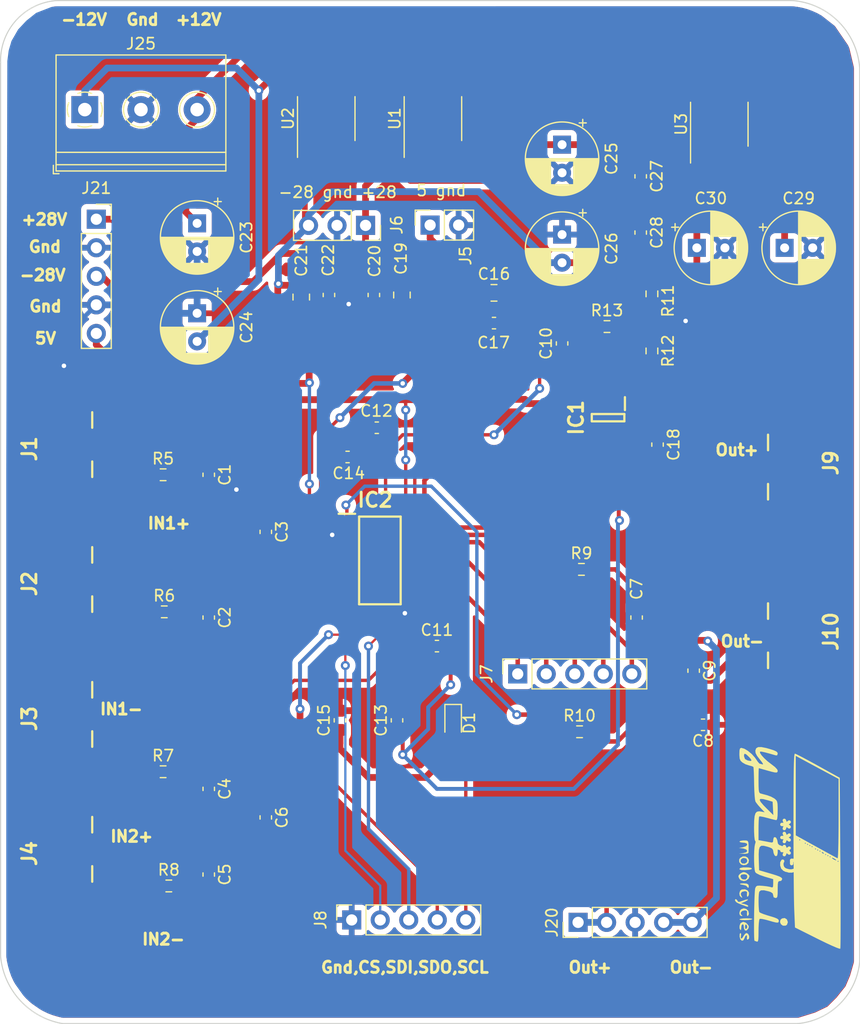
<source format=kicad_pcb>
(kicad_pcb (version 20211014) (generator pcbnew)
  (layers (0 "F.Cu" signal) (31 "B.Cu" signal) (34 "B.Paste" user) (35 "F.Paste" user) (36 "B.SilkS" user "B.Silkscreen") (37 "F.SilkS" user "F.Silkscreen") (38 "B.Mask" user) (39 "F.Mask" user) (44 "Edge.Cuts" user))
  (net 0 "")
  (net 1 "IN1+")
  (net 2 "GND")
  (net 3 "5V")
  (net 5 "VCOM")
  (net 6 "Net-(R11-Pad2)")
  (net 7 "-OUT")
  (net 8 "Net-(C8-Pad2)")
  (net 9 "+OUT")
  (net 10 "Net-(C7-Pad1)")
  (net 11 "IN2+")
  (net 12 "IN1-")
  (net 13 "IN2-")
  (net 14 "IOUT-LV")
  (net 15 "IOUT-HV")
  (net 16 "+28V")
  (net 17 "-28V")
  (net 18 "SDO")
  (net 19 "SDI")
  (net 20 "SCL")
  (net 21 "CS")
  (net 22 "GPIO4")
  (net 23 "GPIO3")
  (net 24 "GPIO2")
  (net 25 "GPIO1")
  (net 26 "GPIO0")
  (net 27 "3.3V")
  (net 28 "Net-(J1-Pad2)")
  (net 29 "Net-(J2-Pad2)")
  (net 30 "Net-(J3-Pad2)")
  (net 31 "Net-(J4-Pad2)")
  (net 32 "Net-(C23-Pad1)")
  (net 37 "Net-(C24-Pad2)")
  (footprint "Package_SO:SOIC-8_3.9x4.9mm_P1.27mm" (layer "F.Cu") (at 150.312621 68.375621 90)
    (fp_text reference "U3")
    (fp_text value "L78L05_SO8")
  )
  (footprint "Resistor_SMD:R_0603_1608Metric_Pad0.98x0.95mm_HandSolder" (layer "F.Cu") (at 100.784621 99.559621)
    (fp_text reference "R5")
    (fp_text value "0")
  )
  (footprint "Resistor_SMD:R_0603_1608Metric_Pad0.98x0.95mm_HandSolder" (layer "F.Cu") (at 144.312621 83.463121 -90)
    (fp_text reference "R11")
    (fp_text value "4.99K")
  )
  (footprint "Resistor_SMD:R_0603_1608Metric_Pad0.98x0.95mm_HandSolder" (layer "F.Cu") (at 100.784621 125.975621)
    (fp_text reference "R7")
    (fp_text value "0")
  )
  (footprint "Diode_SMD:D_0603_1608Metric_Pad1.05x0.95mm_HandSolder" (layer "F.Cu") (at 126.612621 121.650621 -90)
    (fp_text reference "D1")
    (fp_text value "D")
  )
  (footprint "Resistor_SMD:R_0603_1608Metric_Pad0.98x0.95mm_HandSolder" (layer "F.Cu") (at 100.888121 111.751621)
    (fp_text reference "R6")
    (fp_text value "0")
  )
  (footprint "KiCad:142-0701-851" (layer "F.Cu") (at 88.072621 94.684871 90)
    (fp_text reference "J1")
    (fp_text value "142-0701-801" hide)
  )
  (footprint "KiCad:142-0701-851" (layer "F.Cu") (at 161.052621 116.066371 -90)
    (fp_text reference "J10")
    (fp_text value "142-0701-801" hide)
  )
  (footprint "Capacitor_SMD:C_0603_1608Metric_Pad1.08x0.95mm_HandSolder" (layer "F.Cu") (at 109.928621 130.039621 -90)
    (fp_text reference "C6")
    (fp_text value "0.01uF")
  )
  (footprint "Capacitor_SMD:C_0603_1608Metric_Pad1.08x0.95mm_HandSolder" (layer "F.Cu") (at 115.552621 83.566371 90)
    (fp_text reference "C22")
    (fp_text value "1uF")
  )
  (footprint "Connector_PinSocket_2.54mm:PinSocket_1x02_P2.54mm_Vertical" (layer "F.Cu") (at 124.562621 77.350621 90)
    (fp_text reference "J5")
    (fp_text value "Conn_01x02_Male")
  )
  (footprint "Capacitor_SMD:C_0805_2012Metric_Pad1.18x1.45mm_HandSolder" (layer "F.Cu") (at 113.087621 83.750621 90)
    (fp_text reference "C21")
    (fp_text value "10uF")
  )
  (footprint "Capacitor_SMD:C_0603_1608Metric_Pad1.08x0.95mm_HandSolder" (layer "F.Cu") (at 144.812621 96.875621 -90)
    (fp_text reference "C18")
    (fp_text value "1uF")
  )
  (footprint "Capacitor_SMD:C_0603_1608Metric_Pad1.08x0.95mm_HandSolder" (layer "F.Cu") (at 136.312621 87.875621 90)
    (fp_text reference "C10")
    (fp_text value "1uF")
  )
  (footprint "Capacitor_THT:CP_Radial_D6.3mm_P2.50mm" (layer "F.Cu") (at 136.312621 78.193242 -90)
    (fp_text reference "C26")
    (fp_text value "100uF")
  )
  (footprint "Connector_PinSocket_2.54mm:PinSocket_1x05_P2.54mm_Vertical" (layer "F.Cu") (at 132.362621 117.275621 90)
    (fp_text reference "J7")
    (fp_text value "Conn_01x05_Male")
  )
  (footprint "Capacitor_THT:CP_Radial_D6.3mm_P2.50mm" (layer "F.Cu") (at 103.812621 85.193242 -90)
    (fp_text reference "C24")
    (fp_text value "100uF")
  )
  (footprint "Capacitor_SMD:C_0603_1608Metric_Pad1.08x0.95mm_HandSolder" (layer "F.Cu") (at 121.612621 121.403621 90)
    (fp_text reference "C13")
    (fp_text value "0.1uF")
  )
  (footprint "KiCad:142-0701-851" (layer "F.Cu") (at 88.072621 118.684871 90)
    (fp_text reference "J3")
    (fp_text value "142-0701-801" hide)
  )
  (footprint "Capacitor_SMD:C_0603_1608Metric_Pad1.08x0.95mm_HandSolder" (layer "F.Cu") (at 119.812621 95.375621 180)
    (fp_text reference "C12")
    (fp_text value "0.1uF")
  )
  (footprint "Capacitor_THT:CP_Radial_D6.3mm_P2.50mm" (layer "F.Cu") (at 156.130242 79.375621)
    (fp_text reference "C29")
    (fp_text value "100uF")
  )
  (footprint "Capacitor_SMD:C_0603_1608Metric_Pad1.08x0.95mm_HandSolder" (layer "F.Cu") (at 142.948621 112.259621 -90)
    (fp_text reference "C7")
    (fp_text value "0.01uF")
  )
  (footprint "Capacitor_SMD:C_0603_1608Metric_Pad1.08x0.95mm_HandSolder" (layer "F.Cu") (at 143.312621 73.013121 -90)
    (fp_text reference "C27")
    (fp_text value "0.1uF")
  )
  (footprint "Capacitor_THT:CP_Radial_D6.3mm_P2.50mm" (layer "F.Cu") (at 103.812621 77.193242 -90)
    (fp_text reference "C23")
    (fp_text value "100uF")
  )
  (footprint "Capacitor_SMD:C_0805_2012Metric_Pad1.18x1.45mm_HandSolder" (layer "F.Cu") (at 130.248621 83.375621)
    (fp_text reference "C16")
    (fp_text value "10uF")
  )
  (footprint "LOGO" (layer "F.Cu") (at 156.718 132.588 -90)
    (fp_text reference "G***")
    (fp_text value "LOGO" hide)
  )
  (footprint "Capacitor_SMD:C_0603_1608Metric_Pad1.08x0.95mm_HandSolder" (layer "F.Cu") (at 104.848621 127.499621 -90)
    (fp_text reference "C4")
    (fp_text value "0.01uF")
  )
  (footprint "Capacitor_SMD:C_0805_2012Metric_Pad1.18x1.45mm_HandSolder" (layer "F.Cu") (at 122.052621 83.566371 90)
    (fp_text reference "C19")
    (fp_text value "10uF")
  )
  (footprint "Resistor_SMD:R_0603_1608Metric_Pad0.98x0.95mm_HandSolder" (layer "F.Cu") (at 138.037621 107.975621)
    (fp_text reference "R9")
    (fp_text value "0")
  )
  (footprint "TerminalBlock_Philmore:TerminalBlock_Philmore_TB133_1x03_P5.00mm_Horizontal" (layer "F.Cu") (at 93.812621 67.075621)
    (fp_text reference "J25")
    (fp_text value "Screw_Terminal_01x03")
  )
  (footprint "Capacitor_SMD:C_0603_1608Metric_Pad1.08x0.95mm_HandSolder" (layer "F.Cu") (at 104.848621 99.559621 -90)
    (fp_text reference "C1")
    (fp_text value "0.01 uF")
  )
  (footprint "Connector_PinSocket_2.54mm:PinSocket_1x05_P2.54mm_Vertical" (layer "F.Cu") (at 94.837621 76.825621)
    (fp_text reference "J21")
    (fp_text value "Conn_01x05_Male")
  )
  (footprint "Connector_PinSocket_2.54mm:PinSocket_1x05_P2.54mm_Vertical" (layer "F.Cu") (at 117.578621 139.158621 90)
    (fp_text reference "J8")
    (fp_text value "Conn_01x05_Male")
  )
  (footprint "Package_SO:SOIC-8_3.9x4.9mm_P1.27mm" (layer "F.Cu") (at 115.312621 67.875621 90)
    (fp_text reference "U2")
    (fp_text value "L79L08_SO8")
  )
  (footprint "Capacitor_SMD:C_0603_1608Metric_Pad1.08x0.95mm_HandSolder" (layer "F.Cu") (at 130.248621 86.066371)
    (fp_text reference "C17")
    (fp_text value "0.1uF")
  )
  (footprint "Capacitor_SMD:C_0603_1608Metric_Pad1.08x0.95mm_HandSolder" (layer "F.Cu") (at 116.532621 121.403621 90)
    (fp_text reference "C15")
    (fp_text value "0.1uF")
  )
  (footprint "Connector_PinSocket_2.54mm:PinSocket_1x03_P2.54mm_Vertical" (layer "F.Cu") (at 118.812621 77.375621 -90)
    (fp_text reference "J6")
    (fp_text value "Conn_01x03_Male")
  )
  (footprint "Resistor_SMD:R_0603_1608Metric_Pad0.98x0.95mm_HandSolder" (layer "F.Cu") (at 144.312621 88.543121 -90)
    (fp_text reference "R12")
    (fp_text value "4.99K")
  )
  (footprint "KiCad:142-0701-851" (layer "F.Cu") (at 88.072621 130.684871 90)
    (fp_text reference "J4")
    (fp_text value "142-0701-801" hide)
  )
  (footprint "Capacitor_SMD:C_0603_1608Metric_Pad1.08x0.95mm_HandSolder" (layer "F.Cu") (at 104.848621 135.119621 -90)
    (fp_text reference "C5")
    (fp_text value "0.01uF")
  )
  (footprint "Connector_PinHeader_2.54mm:PinHeader_1x05_P2.54mm_Vertical" (layer "F.Cu") (at 137.737621 139.375621 90)
    (fp_text reference "J20")
    (fp_text value "Conn_01x05_Male")
  )
  (footprint "Capacitor_SMD:C_0603_1608Metric_Pad1.08x0.95mm_HandSolder" (layer "F.Cu") (at 109.928621 104.639621 -90)
    (fp_text reference "C3")
    (fp_text value "0.01uF")
  )
  (footprint "Resistor_SMD:R_0603_1608Metric_Pad0.98x0.95mm_HandSolder" (layer "F.Cu") (at 140.312621 86.375621)
    (fp_text reference "R13")
    (fp_text value "10")
  )
  (footprint "Capacitor_SMD:C_0603_1608Metric_Pad1.08x0.95mm_HandSolder" (layer "F.Cu") (at 148.862621 121.800621 180)
    (fp_text reference "C8")
    (fp_text value "0.01uF")
  )
  (footprint "Capacitor_SMD:C_0603_1608Metric_Pad1.08x0.95mm_HandSolder" (layer "F.Cu") (at 148.028621 116.985121 -90)
    (fp_text reference "C9")
    (fp_text value "0.01uF")
  )
  (footprint "KiCad:142-0701-851" (layer "F.Cu") (at 88.072621 106.684871 90)
    (fp_text reference "J2")
    (fp_text value "142-0701-801" hide)
  )
  (footprint "KiCad3:SOP65P640X120-24N" (layer "F.Cu") (at 120.088621 107.179621)
    (fp_text reference "IC2")
    (fp_text value "ADA4254ARUZ-R7" hide)
  )
  (footprint "Resistor_SMD:R_0603_1608Metric_Pad0.98x0.95mm_HandSolder" (layer "F.Cu") (at 137.868621 122.419621)
    (fp_text reference "R10")
    (fp_text value "0")
  )
  (footprint "Capacitor_SMD:C_0603_1608Metric_Pad1.08x0.95mm_HandSolder" (layer "F.Cu") (at 125.168621 114.799621)
    (fp_text reference "C11")
    (fp_text value "0.1uF")
  )
  (footprint "Resistor_SMD:R_0603_1608Metric_Pad0.98x0.95mm_HandSolder" (layer "F.Cu") (at 101.292621 136.135621)
    (fp_text reference "R8")
    (fp_text value "0")
  )
  (footprint "Capacitor_SMD:C_0603_1608Metric_Pad1.08x0.95mm_HandSolder" (layer "F.Cu") (at 119.552621 83.566371 90)
    (fp_text reference "C20")
    (fp_text value "1uF")
  )
  (footprint "kiCad2:SOT95P280X100-5N" (layer "F.Cu") (at 140.408621 94.479621 -90)
    (fp_text reference "IC1")
    (fp_text value "ADP150AUJZ-3.3-R7" hide)
  )
  (footprint "Capacitor_SMD:C_0603_1608Metric_Pad1.08x0.95mm_HandSolder" (layer "F.Cu") (at 143.312621 78.013121 -90)
    (fp_text reference "C28")
    (fp_text value "0.1uF")
  )
  (footprint "Capacitor_THT:CP_Radial_D6.3mm_P2.50mm" (layer "F.Cu") (at 136.312621 70.193242 -90)
    (fp_text reference "C25")
    (fp_text value "100uF")
  )
  (footprint "KiCad:142-0701-851" (layer "F.Cu") (at 161.052621 101.066371 -90)
    (fp_text reference "J9")
    (fp_text value "142-0701-801" hide)
  )
  (footprint "Capacitor_SMD:C_0603_1608Metric_Pad1.08x0.95mm_HandSolder" (layer "F.Cu") (at 104.848621 112.259621 -90)
    (fp_text reference "C2")
    (fp_text value "0.01uF")
  )
  (footprint "Capacitor_SMD:C_0603_1608Metric_Pad1.08x0.95mm_HandSolder" (layer "F.Cu") (at 117.212621 97.975621)
    (fp_text reference "C14")
    (fp_text value "0.1uF")
  )
  (footprint "Package_SO:SOIC-8_3.9x4.9mm_P1.27mm" (layer "F.Cu") (at 124.812621 67.875621 90)
    (fp_text reference "U1")
    (fp_text value "L78L09_SO8")
  )
  (footprint "Capacitor_THT:CP_Radial_D6.3mm_P2.50mm" (layer "F.Cu") (at 148.312621 79.375621)
    (fp_text reference "C30")
    (fp_text value "100uF")
  )
  (gr_arc (start 156.812621 57.375621) (mid 160.931608 59.256634) (end 162.812621 63.375621) (layer "Edge.Cuts") (width 0.1))
  (gr_line (start 86.312621 142.375621) (end 86.312621 62.875621) (layer "Edge.Cuts") (width 0.1))
  (gr_line (start 162.812621 63.375621) (end 162.812621 142.875621) (layer "Edge.Cuts") (width 0.1))
  (gr_line (start 86.312621 62.875621) (end 86.312621 62.875621) (layer "Edge.Cuts") (width 0.1))
  (gr_arc (start 91.812621 148.375621) (mid 88.044986 146.308453) (end 86.312621 142.375621) (layer "Edge.Cuts") (width 0.1))
  (gr_line (start 156.812621 57.375621) (end 91.312621 57.375621) (layer "Edge.Cuts") (width 0.1))
  (gr_arc (start 162.812621 142.875621) (mid 161.05447 146.61747) (end 157.312621 148.375621) (layer "Edge.Cuts") (width 0.1))
  (gr_arc (start 86.312621 62.875621) (mid 87.70595 59.119557) (end 91.312621 57.375621) (layer "Edge.Cuts") (width 0.1))
  (gr_line (start 157.312621 148.375621) (end 91.812621 148.375621) (layer "Edge.Cuts") (width 0.1))
  (gr_text " \n \n \n \n" (at 88.312621 100.375621) (layer "F.Cu") (effects (font (size 1.5 1.5) (thickness 0.3))))
  (gr_text "+12V" (at 103.952621 59.066371) (layer "F.SilkS") (effects (font (size 1 1) (thickness 0.25))))
  (gr_text "-12V" (at 93.752621 59.066371) (layer "F.SilkS") (effects (font (size 1 1) (thickness 0.25))))
  (gr_text "Gnd" (at 90.312621 84.575621) (layer "F.SilkS") (effects (font (size 1 1) (thickness 0.25))))
  (gr_text "+28V" (at 90.212621 76.850621) (layer "F.SilkS") (effects (font (size 1 1) (thickness 0.25))))
  (gr_text "IN1+" (at 101.312621 103.875621) (layer "F.SilkS") (effects (font (size 1 1) (thickness 0.25))))
  (gr_text "Out+" (at 138.812621 143.375621) (layer "F.SilkS") (effects (font (size 1 1) (thickness 0.25))))
  (gr_text "IN1-" (at 97.062621 120.400621) (layer "F.SilkS") (effects (font (size 1 1) (thickness 0.25))))
  (gr_text "5V" (at 90.312621 87.425621) (layer "F.SilkS") (effects (font (size 1 1) (thickness 0.25))))
  (gr_text "IN2-" (at 100.812621 140.875621) (layer "F.SilkS") (effects (font (size 1 1) (thickness 0.25))))
  (gr_text "-28 gnd +28" (at 116.332 74.422) (layer "F.SilkS") (effects (font (size 1 1))))
  (gr_text "IN2+" (at 97.987621 131.725621) (layer "F.SilkS") (effects (font (size 1 1) (thickness 0.25))))
  (gr_text "Out+" (at 151.887621 97.350621) (layer "F.SilkS") (effects (font (size 1 1) (thickness 0.25))))
  (gr_text "Gnd,CS,SDI,SDO,SCL" (at 122.312621 143.375621) (layer "F.SilkS") (effects (font (size 1 1) (thickness 0.25))))
  (gr_text "-28V" (at 90.062621 81.800621) (layer "F.SilkS") (effects (font (size 1 1) (thickness 0.25))))
  (gr_text "5 gnd" (at 125.552621 74.266371) (layer "F.SilkS") (effects (font (size 1 1))))
  (gr_text "Out-" (at 152.362621 114.375621) (layer "F.SilkS") (effects (font (size 1 1) (thickness 0.25))))
  (gr_text "Gnd" (at 90.262621 79.275621) (layer "F.SilkS") (effects (font (size 1 1) (thickness 0.25))))
  (gr_text "Gnd" (at 98.952621 59.066371) (layer "F.SilkS") (effects (font (size 1 1) (thickness 0.25))))
  (gr_text "Out-" (at 147.812621 143.375621) (layer "F.SilkS") (effects (font (size 1 1) (thickness 0.25))))
  (segment (start 112.976621 107.687621) (end 114.093621 108.804621) (width 0.3) (layer "F.Cu") (net 1))
  (segment (start 105.510121 98.035621) (end 108.912621 98.035621) (width 0.4) (layer "F.Cu") (net 1))
  (segment (start 103.324621 98.543621) (end 104.695121 98.543621) (width 0.4) (layer "F.Cu") (net 1))
  (segment (start 109.928621 103.777121) (end 111.606121 103.777121) (width 0.3) (layer "F.Cu") (net 1))
  (segment (start 104.848621 98.697121) (end 105.510121 98.035621) (width 0.4) (layer "F.Cu") (net 1))
  (segment (start 104.695121 98.543621) (end 104.848621 98.697121) (width 0.2) (layer "F.Cu") (net 1))
  (segment (start 112.976621 105.147621) (end 112.976621 107.687621) (width 0.3) (layer "F.Cu") (net 1))
  (segment (start 109.928621 99.051621) (end 109.928621 103.777121) (width 0.4) (layer "F.Cu") (net 1))
  (segment (start 101.697121 99.559621) (end 102.308621 99.559621) (width 0.2) (layer "F.Cu") (net 1))
  (segment (start 102.308621 99.559621) (end 103.324621 98.543621) (width 0.4) (layer "F.Cu") (net 1))
  (segment (start 114.093621 108.804621) (end 117.150621 108.804621) (width 0.3) (layer "F.Cu") (net 1))
  (segment (start 111.606121 103.777121) (end 112.976621 105.147621) (width 0.3) (layer "F.Cu") (net 1))
  (segment (start 108.912621 98.035621) (end 109.928621 99.051621) (width 0.4) (layer "F.Cu") (net 1))
  (segment (start 124.306121 117.847621) (end 124.306121 118.532121) (width 0.3) (layer "F.Cu") (net 2))
  (segment (start 116.532621 120.541121) (end 121.612621 120.541121) (width 0.6) (layer "F.Cu") (net 2))
  (segment (start 123.026621 113.520121) (end 124.306121 114.799621) (width 0.3) (layer "F.Cu") (net 2))
  (segment (start 124.306121 118.532121) (end 126.692621 120.918621) (width 0.3) (layer "F.Cu") (net 2))
  (segment (start 117.150621 104.904621) (end 115.841621 104.904621) (width 0.3) (layer "F.Cu") (net 2))
  (segment (start 115.841621 104.904621) (end 115.812621 104.875621) (width 0.6) (layer "F.Cu") (net 2))
  (segment (start 122.312621 111.875621) (end 123.026621 111.875621) (width 0.3) (layer "F.Cu") (net 2))
  (segment (start 123.026621 110.754621) (end 123.026621 113.520121) (width 0.3) (layer "F.Cu") (net 2))
  (segment (start 144.312621 89.455621) (end 144.362621 89.405621) (width 0.6) (layer "F.Cu") (net 2))
  (segment (start 124.306121 117.847621) (end 121.612621 120.541121) (width 0.3) (layer "F.Cu") (net 2))
  (segment (start 123.026621 111.875621) (end 123.026621 113.520121) (width 0.3) (layer "F.Cu") (net 2))
  (segment (start 124.306121 114.799621) (end 124.306121 117.847621) (width 0.3) (layer "F.Cu") (net 2))
  (segment (start 105.302121 100.875621) (end 104.848621 100.422121) (width 0.3) (layer "F.Cu") (net 2))
  (segment (start 107.312621 100.875621) (end 105.302121 100.875621) (width 0.3) (layer "F.Cu") (net 2))
  (via (at 147.312621 85.875621) (size 0.8) (drill 0.4) (layers "F.Cu" "B.Cu") (net 2))
  (via (at 115.841621 104.904621) (size 0.8) (drill 0.4) (layers "F.Cu" "B.Cu") (net 2))
  (via (at 91.952621 89.866371) (size 0.8) (drill 0.4) (layers "F.Cu" "B.Cu") (net 2))
  (via (at 107.312621 100.875621) (size 0.8) (drill 0.4) (layers "F.Cu" "B.Cu") (net 2))
  (via (at 122.312621 111.875621) (size 0.8) (drill 0.4) (layers "F.Cu" "B.Cu") (net 2))
  (via (at 117.312621 84.375621) (size 0.8) (drill 0.4) (layers "F.Cu" "B.Cu") (net 2))
  (segment (start 111.812621 100.875621) (end 107.312621 100.875621) (width 0.3) (layer "B.Cu") (net 2))
  (segment (start 120.312621 109.875621) (end 120.312621 106.875621) (width 0.3) (layer "B.Cu") (net 2))
  (segment (start 150.812621 82.375621) (end 147.312621 85.875621) (width 0.6) (layer "B.Cu") (net 2))
  (segment (start 96.382621 84.445621) (end 94.837621 84.445621) (width 0.6) (layer "B.Cu") (net 2))
  (segment (start 97.130242 85.193242) (end 96.382621 84.445621) (width 0.6) (layer "B.Cu") (net 2))
  (segment (start 118.341621 104.904621) (end 115.841621 104.904621) (width 0.3) (layer "B.Cu") (net 2))
  (segment (start 120.312621 106.875621) (end 118.341621 104.904621) (width 0.3) (layer "B.Cu") (net 2))
  (segment (start 122.312621 111.875621) (end 120.312621 109.875621) (width 0.3) (layer "B.Cu") (net 2))
  (segment (start 115.841621 104.904621) (end 111.812621 100.875621) (width 0.3) (layer "B.Cu") (net 2))
  (segment (start 117.312621 84.375621) (end 117.312621 80.875621) (width 0.6) (layer "B.Cu") (net 2))
  (segment (start 116.272621 79.835621) (end 116.272621 77.375621) (width 0.6) (layer "B.Cu") (net 2))
  (segment (start 91.952621 87.330621) (end 91.952621 89.866371) (width 0.4) (layer "B.Cu") (net 2))
  (segment (start 150.812621 79.375621) (end 150.812621 82.375621) (width 0.6) (layer "B.Cu") (net 2))
  (segment (start 117.312621 80.875621) (end 116.272621 79.835621) (width 0.6) (layer "B.Cu") (net 2))
  (segment (start 103.812621 79.693242) (end 103.812621 85.193242) (width 0.6) (layer "B.Cu") (net 2))
  (segment (start 103.812621 85.193242) (end 97.130242 85.193242) (width 0.6) (layer "B.Cu") (net 2))
  (segment (start 94.837621 84.445621) (end 91.952621 87.330621) (width 0.4) (layer "B.Cu") (net 2))
  (segment (start 106.372621 92.955621) (end 106.732621 92.955621) (width 0.3) (layer "F.Cu") (net 3))
  (segment (start 124.562621 77.350621) (end 124.562621 78.552121) (width 0.6) (layer "F.Cu") (net 3))
  (segment (start 126.264621 92.875621) (end 126.288621 92.851621) (width 0.6) (layer "F.Cu") (net 3))
  (segment (start 139.752621 91.866371) (end 141.152621 91.866371) (width 0.4) (layer "F.Cu") (net 3))
  (segment (start 145.307621 81.555621) (end 144.312621 82.550621) (width 0.3) (layer "F.Cu") (net 3))
  (segment (start 124.562621 78.552121) (end 129.386121 83.375621) (width 0.6) (layer "F.Cu") (net 3))
  (segment (start 127.267371 92.851621) (end 133.011371 92.851621) (width 0.6) (layer "F.Cu") (net 3))
  (segment (start 120.732621 92.955621) (end 122.172621 92.955621) (width 0.4) (layer "F.Cu") (net 3))
  (segment (start 139.458621 93.229621) (end 139.458621 92.160371) (width 0.4) (layer "F.Cu") (net 3))
  (segment (start 106.732621 92.955621) (end 120.732621 92.955621) (width 0.4) (layer "F.Cu") (net 3))
  (segment (start 148.312621 81.555621) (end 145.307621 81.555621) (width 0.3) (layer "F.Cu") (net 3))
  (segment (start 133.078475 93.229621) (end 133.389371 93.229621) (width 0.6) (layer "F.Cu") (net 3))
  (segment (start 129.386121 86.066371) (end 127.267371 88.185121) (width 0.6) (layer "F.Cu") (net 3))
  (segment (start 141.358621 92.072371) (end 141.358621 93.229621) (width 0.4) (layer "F.Cu") (net 3))
  (segment (start 94.837621 86.985621) (end 94.837621 87.985621) (width 0.6) (layer "F.Cu") (net 3))
  (segment (start 126.288621 92.851621) (end 127.267371 92.851621) (width 0.6) (layer "F.Cu") (net 3))
  (segment (start 149.312621 82.555621) (end 149.312621 89.375621) (width 0.6) (layer "F.Cu") (net 3))
  (segment (start 117.150621 105.554621) (end 119.073621 105.554621) (width 0.3) (layer "F.Cu") (net 3))
  (segment (start 141.152621 91.866371) (end 141.358621 92.072371) (width 0.4) (layer "F.Cu") (net 3))
  (segment (start 122.388621 102.239621) (end 122.388621 98.239621) (width 0.3) (layer "F.Cu") (net 3))
  (segment (start 102.392621 92.955621) (end 106.732621 92.955621) (width 0.4) (layer "F.Cu") (net 3))
  (segment (start 119.073621 105.554621) (end 121.388621 103.239621) (width 0.3) (layer "F.Cu") (net 3))
  (segment (start 133.011371 92.851621) (end 133.389371 93.229621) (width 0.6) (layer "F.Cu") (net 3))
  (segment (start 126.184621 92.955621) (end 126.288621 92.851621) (width 0.4) (layer "F.Cu") (net 3))
  (segment (start 148.407621 70.850621) (end 148.312621 70.945621) (width 0.6) (layer "F.Cu") (net 3))
  (segment (start 148.312621 70.945621) (end 148.312621 79.375621) (width 0.6) (layer "F.Cu") (net 3))
  (segment (start 148.312621 81.555621) (end 149.312621 82.555621) (width 0.6) (layer "F.Cu") (net 3))
  (segment (start 129.386121 83.375621) (end 129.386121 86.066371) (width 0.6) (layer "F.Cu") (net 3))
  (segment (start 122.172621 92.955621) (end 126.184621 92.955621) (width 0.4) (layer "F.Cu") (net 3))
  (segment (start 141.358621 93.229621) (end 145.458621 93.229621) (width 0.6) (layer "F.Cu") (net 3))
  (segment (start 120.675121 93.013121) (end 120.732621 92.955621) (width 0.3) (layer "F.Cu") (net 3))
  (segment (start 133.389371 93.229621) (end 139.40911 93.229621) (width 0.6) (layer "F.Cu") (net 3))
  (segment (start 145.458621 93.229621) (end 149.312621 89.375621) (width 0.6) (layer "F.Cu") (net 3))
  (segment (start 99.727621 92.875621) (end 126.264621 92.875621) (width 0.6) (layer "F.Cu") (net 3))
  (segment (start 122.387621 93.170621) (end 122.172621 92.955621) (width 0.3) (layer "F.Cu") (net 3))
  (segment (start 148.312621 79.375621) (end 148.312621 81.555621) (width 0.6) (layer "F.Cu") (net 3))
  (segment (start 120.675121 95.375621) (end 120.675121 93.013121) (width 0.3) (layer "F.Cu") (net 3))
  (segment (start 122.387621 93.800621) (end 122.387621 93.170621) (width 0.3) (layer "F.Cu") (net 3))
  (segment (start 127.267371 88.185121) (end 127.267371 92.851621) (width 0.6) (layer "F.Cu") (net 3))
  (segment (start 121.388621 103.239621) (end 122.388621 102.239621) (width 0.3) (layer "F.Cu") (net 3))
  (segment (start 139.458621 92.160371) (end 139.752621 91.866371) (width 0.4) (layer "F.Cu") (net 3))
  (segment (start 94.837621 87.985621) (end 99.727621 92.875621) (width 0.6) (layer "F.Cu") (net 3))
  (via (at 122.388621 98.239621) (size 0.8) (drill 0.4) (layers "F.Cu" "B.Cu") (net 3))
  (via (at 122.387621 93.800621) (size 0.8) (drill 0.4) (layers "F.Cu" "B.Cu") (net 3))
  (segment (start 122.388621 93.801621) (end 122.388621 98.239621) (width 0.3) (layer "B.Cu") (net 3))
  (segment (start 122.387621 93.800621) (end 122.388621 93.801621) (width 0.3) (layer "B.Cu") (net 3))
  (segment (start 120.088621 103.623621) (end 120.596621 103.115621) (width 0.3) (layer "F.Cu") (net 5))
  (segment (start 134.312621 87.875621) (end 134.312621 91.875621) (width 0.3) (layer "F.Cu") (net 5))
  (segment (start 139.400121 86.375621) (end 136.950121 86.375621) (width 0.3) (layer "F.Cu") (net 5))
  (segment (start 120.596621 103.115621) (end 120.596621 97.527621) (width 0.3) (layer "F.Cu") (net 5))
  (segment (start 120.596621 97.527621) (end 122.120621 96.003621) (width 0.3) (layer "F.Cu") (net 5))
  (segment (start 135.175121 87.013121) (end 134.312621 87.875621) (width 0.3) (layer "F.Cu") (net 5))
  (segment (start 136.950121 86.375621) (end 136.312621 87.013121) (width 0.3) (layer "F.Cu") (net 5))
  (segment (start 117.150621 104.254621) (end 119.457621 104.254621) (width 0.3) (layer "F.Cu") (net 5))
  (segment (start 122.120621 96.003621) (end 130.248621 96.003621) (width 0.3) (layer "F.Cu") (net 5))
  (segment (start 136.312621 87.013121) (end 135.175121 87.013121) (width 0.3) (layer "F.Cu") (net 5))
  (segment (start 119.457621 104.254621) (end 120.088621 103.623621) (width 0.3) (layer "F.Cu") (net 5))
  (via (at 130.248621 96.003621) (size 0.8) (drill 0.4) (layers "F.Cu" "B.Cu") (net 5))
  (via (at 134.312621 91.875621) (size 0.8) (drill 0.4) (layers "F.Cu" "B.Cu") (net 5))
  (segment (start 130.248621 96.003621) (end 134.312621 91.939621) (width 0.4) (layer "B.Cu") (net 5))
  (segment (start 144.312621 84.375621) (end 144.312621 86.375621) (width 0.6) (layer "F.Cu") (net 6))
  (segment (start 144.312621 86.375621) (end 144.312621 87.630621) (width 0.6) (layer "F.Cu") (net 6))
  (segment (start 141.225121 86.375621) (end 144.312621 86.375621) (width 0.3) (layer "F.Cu") (net 6))
  (segment (start 117.150621 102.338621) (end 117.150621 103.604621) (width 0.3) (layer "F.Cu") (net 7))
  (segment (start 132.280621 120.895621) (end 135.432121 120.895621) (width 0.4) (layer "F.Cu") (net 7))
  (segment (start 117.062621 102.250621) (end 117.150621 102.338621) (width 0.3) (layer "F.Cu") (net 7))
  (segment (start 135.432121 120.895621) (end 136.956121 122.419621) (width 0.4) (layer "F.Cu") (net 7))
  (via (at 132.280621 120.895621) (size 0.8) (drill 0.4) (layers "F.Cu" "B.Cu") (net 7))
  (via (at 117.062621 102.250621) (size 0.8) (drill 0.4) (layers "F.Cu" "B.Cu") (net 7))
  (segment (start 128.724621 117.339621) (end 132.280621 120.895621) (width 0.3) (layer "B.Cu") (net 7))
  (segment (start 128.724621 104.639621) (end 128.724621 117.339621) (width 0.3) (layer "B.Cu") (net 7))
  (segment (start 117.062621 102.250621) (end 118.737621 100.575621) (width 0.3) (layer "B.Cu") (net 7))
  (segment (start 118.737621 100.575621) (end 124.660621 100.575621) (width 0.3) (layer "B.Cu") (net 7))
  (segment (start 124.660621 100.575621) (end 128.724621 104.639621) (width 0.3) (layer "B.Cu") (net 7))
  (segment (start 148.028621 117.847621) (end 144.156621 121.719621) (width 0.6) (layer "F.Cu") (net 8))
  (segment (start 144.156621 121.719621) (end 142.818621 121.719621) (width 0.4) (layer "F.Cu") (net 8))
  (segment (start 139.643621 123.282121) (end 138.781121 122.419621) (width 0.4) (layer "F.Cu") (net 8))
  (segment (start 141.256121 123.282121) (end 139.643621 123.282121) (width 0.4) (layer "F.Cu") (net 8))
  (segment (start 149.552621 117.847621) (end 153.648371 113.751871) (width 0.6) (layer "F.Cu") (net 8))
  (segment (start 148.000121 121.800621) (end 144.237621 121.800621) (width 0.4) (layer "F.Cu") (net 8))
  (segment (start 142.818621 121.719621) (end 141.256121 123.282121) (width 0.4) (layer "F.Cu") (net 8))
  (segment (start 148.028621 117.847621) (end 149.552621 117.847621) (width 0.6) (layer "F.Cu") (net 8))
  (segment (start 144.156621 133.031621) (end 140.277621 136.910621) (width 0.4) (layer "F.Cu") (net 8))
  (segment (start 144.237621 121.800621) (end 144.156621 121.719621) (width 0.4) (layer "F.Cu") (net 8))
  (segment (start 153.648371 113.751871) (end 154.632621 113.751871) (width 0.6) (layer "F.Cu") (net 8))
  (segment (start 140.277621 136.910621) (end 140.277621 139.375621) (width 0.4) (layer "F.Cu") (net 8))
  (segment (start 144.156621 121.719621) (end 144.156621 133.031621) (width 0.4) (layer "F.Cu") (net 8))
  (segment (start 137.737621 139.375621) (end 140.277621 139.375621) (width 0.6) (layer "B.Cu") (net 8))
  (segment (start 123.026621 103.604621) (end 124.052621 102.578621) (width 0.4) (layer "F.Cu") (net 9))
  (segment (start 134.552621 98.566371) (end 137.125121 101.138871) (width 0.4) (layer "F.Cu") (net 9))
  (segment (start 124.052621 102.578621) (end 124.052621 100.066371) (width 0.4) (layer "F.Cu") (net 9))
  (segment (start 125.552621 98.566371) (end 134.552621 98.566371) (width 0.4) (layer "F.Cu") (net 9))
  (segment (start 124.052621 100.066371) (end 125.552621 98.566371) (width 0.4) (layer "F.Cu") (net 9))
  (segment (start 137.125121 101.138871) (end 137.125121 107.975621) (width 0.4) (layer "F.Cu") (net 9))
  (segment (start 145.134121 111.397121) (end 142.948621 111.397121) (width 0.6) (layer "F.Cu") (net 10))
  (segment (start 142.948621 109.861621) (end 142.948621 111.397121) (width 0.4) (layer "F.Cu") (net 10))
  (segment (start 148.028621 114.291621) (end 149.228621 114.291621) (width 0.6) (layer "F.Cu") (net 10))
  (segment (start 145.134121 102.962121) (end 149.235121 98.861121) (width 0.6) (layer "F.Cu") (net 10))
  (segment (start 145.134121 111.397121) (end 148.028621 114.291621) (width 0.6) (layer "F.Cu") (net 10))
  (segment (start 149.228621 114.291621) (end 149.287621 114.350621) (width 0.6) (layer "F.Cu") (net 10))
  (segment (start 148.028621 114.291621) (end 148.028621 116.122621) (width 0.6) (layer "F.Cu") (net 10))
  (segment (start 141.062621 107.975621) (end 142.948621 109.861621) (width 0.4) (layer "F.Cu") (net 10))
  (segment (start 138.950121 107.975621) (end 141.062621 107.975621) (width 0.4) (layer "F.Cu") (net 10))
  (segment (start 149.235121 98.861121) (end 154.632621 98.861121) (width 0.6) (layer "F.Cu") (net 10))
  (segment (start 145.134121 111.397121) (end 145.134121 102.962121) (width 0.6) (layer "F.Cu") (net 10))
  (via (at 149.287621 114.350621) (size 0.8) (drill 0.4) (layers "F.Cu" "B.Cu") (net 10))
  (segment (start 145.357621 139.375621) (end 147.897621 139.375621) (width 0.6) (layer "B.Cu") (net 10))
  (segment (start 149.287621 114.350621) (end 150.060621 115.123621) (width 0.6) (layer "B.Cu") (net 10))
  (segment (start 150.060621 137.212621) (end 147.897621 139.375621) (width 0.6) (layer "B.Cu") (net 10))
  (segment (start 150.060621 115.123621) (end 150.060621 137.212621) (width 0.6) (layer "B.Cu") (net 10))
  (segment (start 105.203121 126.637121) (end 104.848621 126.637121) (width 0.4) (layer "F.Cu") (net 11))
  (segment (start 104.187121 125.975621) (end 104.848621 126.637121) (width 0.4) (layer "F.Cu") (net 11))
  (segment (start 109.928621 126.483621) (end 109.928621 129.177121) (width 0.4) (layer "F.Cu") (net 11))
  (segment (start 101.697121 125.975621) (end 104.187121 125.975621) (width 0.4) (layer "F.Cu") (net 11))
  (segment (start 117.150621 110.104621) (end 113.607621 110.104621) (width 0.3) (layer "F.Cu") (net 11))
  (segment (start 106.880621 116.831621) (end 106.880621 124.959621) (width 0.3) (layer "F.Cu") (net 11))
  (segment (start 108.404621 124.959621) (end 109.928621 126.483621) (width 0.4) (layer "F.Cu") (net 11))
  (segment (start 106.880621 124.959621) (end 105.203121 126.637121) (width 0.4) (layer "F.Cu") (net 11))
  (segment (start 106.880621 124.959621) (end 108.404621 124.959621) (width 0.4) (layer "F.Cu") (net 11))
  (segment (start 113.607621 110.104621) (end 106.880621 116.831621) (width 0.3) (layer "F.Cu") (net 11))
  (segment (start 107.034121 113.122121) (end 104.848621 113.122121) (width 0.4) (layer "F.Cu") (net 12))
  (segment (start 104.695121 113.275621) (end 104.848621 113.122121) (width 0.2) (layer "F.Cu") (net 12))
  (segment (start 109.928621 105.502121) (end 109.928621 110.227621) (width 0.4) (layer "F.Cu") (net 12))
  (segment (start 101.800621 111.751621) (end 103.324621 113.275621) (width 0.4) (layer "F.Cu") (net 12))
  (segment (start 103.324621 113.275621) (end 104.695121 113.275621) (width 0.4) (layer "F.Cu") (net 12))
  (segment (start 117.150621 109.454621) (end 110.701621 109.454621) (width 0.3) (layer "F.Cu") (net 12))
  (segment (start 110.701621 109.454621) (end 109.928621 110.227621) (width 0.3) (layer "F.Cu") (net 12))
  (segment (start 109.928621 110.227621) (end 107.034121 113.122121) (width 0.4) (layer "F.Cu") (net 12))
  (segment (start 112.468621 124.959621) (end 112.468621 130.039621) (width 0.3) (layer "F.Cu") (net 13))
  (segment (start 109.066121 135.982121) (end 104.848621 135.982121) (width 0.4) (layer "F.Cu") (net 13))
  (segment (start 109.928621 135.119621) (end 109.066121 135.982121) (width 0.4) (layer "F.Cu") (net 13))
  (segment (start 102.205121 136.135621) (end 104.695121 136.135621) (width 0.4) (layer "F.Cu") (net 13))
  (segment (start 114.989621 110.754621) (end 109.928621 115.815621) (width 0.3) (layer "F.Cu") (net 13))
  (segment (start 109.928621 122.419621) (end 112.468621 124.959621) (width 0.3) (layer "F.Cu") (net 13))
  (segment (start 111.606121 130.902121) (end 109.928621 130.902121) (width 0.3) (layer "F.Cu") (net 13))
  (segment (start 117.150621 110.754621) (end 114.989621 110.754621) (width 0.3) (layer "F.Cu") (net 13))
  (segment (start 112.468621 130.039621) (end 111.606121 130.902121) (width 0.3) (layer "F.Cu") (net 13))
  (segment (start 109.928621 115.815621) (end 109.928621 122.419621) (width 0.3) (layer "F.Cu") (net 13))
  (segment (start 109.928621 130.902121) (end 109.928621 135.119621) (width 0.4) (layer "F.Cu") (net 13))
  (segment (start 104.695121 136.135621) (end 104.848621 135.982121) (width 0.2) (layer "F.Cu") (net 13))
  (segment (start 116.350121 97.975621) (end 114.962621 97.975621) (width 0.4) (layer "F.Cu") (net 16))
  (segment (start 117.150621 107.504621) (end 116.441621 107.504621) (width 0.3) (layer "F.Cu") (net 16))
  (segment (start 114.812621 98.875621) (end 114.812621 98.475621) (width 0.3) (layer "F.Cu") (net 16))
  (segment (start 118.812621 73.875621) (end 118.812621 77.375621) (width 0.6) (layer "F.Cu") (net 16))
  (segment (start 122.812621 73.375621) (end 121.062621 71.625621) (width 0.6) (layer "F.Cu") (net 16))
  (segment (start 118.812621 77.375621) (end 118.812621 81.963871) (width 0.6) (layer "F.Cu") (net 16))
  (segment (start 97.312621 77.875621) (end 97.312621 80.875621) (width 0.6) (layer "F.Cu") (net 16))
  (segment (start 114.812621 98.475621) (end 114.812621 96.875621) (width 0.3) (layer "F.Cu") (net 16))
  (segment (start 124.052621 89.499621) (end 122.120621 91.431621) (width 0.6) (layer "F.Cu") (net 16))
  (segment (start 114.812621 96.875621) (end 114.812621 96.199621) (width 0.3) (layer "F.Cu") (net 16))
  (segment (start 111.312621 79.875621) (end 118.552621 79.875621) (width 0.6) (layer "F.Cu") (net 16))
  (segment (start 118.812621 81.963871) (end 119.552621 82.703871) (width 0.6) (layer "F.Cu") (net 16))
  (segment (start 116.441621 107.504621) (end 114.812621 105.875621) (width 0.3) (layer "F.Cu") (net 16))
  (segment (start 98.812621 82.375621) (end 108.812621 82.375621) (width 0.6) (layer "F.Cu") (net 16))
  (segment (start 122.052621 82.703871) (end 123.690121 82.703871) (width 0.6) (layer "F.Cu") (net 16))
  (segment (start 114.812621 99.375621) (end 114.812621 97.375621) (width 0.3) (layer "F.Cu") (net 16))
  (segment (start 130.312621 73.375621) (end 122.812621 73.375621) (width 0.6) (layer "F.Cu") (net 16))
  (segment (start 119.552621 82.703871) (end 122.052621 82.703871) (width 0.6) (layer "F.Cu") (net 16))
  (segment (start 133.495 70.193242) (end 130.312621 73.375621) (width 0.6) (layer "F.Cu") (net 16))
  (segment (start 114.812621 96.199621) (end 116.532621 94.479621) (width 0.3) (layer "F.Cu") (net 16))
  (segment (start 96.262621 76.825621) (end 97.312621 77.875621) (width 0.6) (layer "F.Cu") (net 16))
  (segment (start 136.312621 70.193242) (end 133.495 70.193242) (width 0.6) (layer "F.Cu") (net 16))
  (segment (start 121.062621 71.625621) (end 118.812621 73.875621) (width 0.6) (layer "F.Cu") (net 16))
  (segment (start 114.812621 105.875621) (end 114.812621 99.375621) (width 0.3) (layer "F.Cu") (net 16))
  (segment (start 114.812621 97.375621) (end 114.812621 96.875621) (width 0.3) (layer "F.Cu") (net 16))
  (segment (start 94.837621 76.825621) (end 96.262621 76.825621) (width 0.6) (layer "F.Cu") (net 16))
  (segment (start 97.312621 80.875621) (end 98.812621 82.375621) (width 0.6) (layer "F.Cu") (net 16))
  (segment (start 141.355242 70.193242) (end 143.312621 72.150621) (width 0.6) (layer "F.Cu") (net 16))
  (segment (start 122.337621 70.350621) (end 121.062621 71.625621) (width 0.6) (layer "F.Cu") (net 16))
  (segment (start 124.052621 83.066371) (end 124.052621 89.499621) (width 0.6) (layer "F.Cu") (net 16))
  (segment (start 122.907621 70.350621) (end 122.337621 70.350621) (width 0.6) (layer "F.Cu") (net 16))
  (segment (start 108.812621 82.375621) (end 111.312621 79.875621) (width 0.6) (layer "F.Cu") (net 16))
  (segment (start 136.312621 70.193242) (end 141.355242 70.193242) (width 0.6) (layer "F.Cu") (net 16))
  (segment (start 123.690121 82.703871) (end 124.052621 83.066371) (width 0.6) (layer "F.Cu") (net 16))
  (via (at 116.532621 94.479621) (size 0.8) (drill 0.4) (layers "F.Cu" "B.Cu") (net 16))
  (via (at 122.120621 91.431621) (size 0.8) (drill 0.4) (layers "F.Cu" "B.Cu") (net 16))
  (segment (start 116.532621 94.479621) (end 119.580621 91.431621) (width 0.4) (layer "B.Cu") (net 16))
  (segment (start 119.580621 91.431621) (end 122.120621 91.431621) (width 0.4) (layer "B.Cu") (net 16))
  (segment (start 113.407621 77.050621) (end 113.732621 77.375621) (width 0.5) (layer "F.Cu") (net 17))
  (segment (start 111.052621 82.566371) (end 110.998 82.620992) (width 0.6) (layer "F.Cu") (net 17))
  (segment (start 113.812621 91.375621) (end 113.756621 91.431621) (width 0.6) (layer "F.Cu") (net 17))
  (segment (start 113.756621 91.431621) (end 101.368621 91.431621) (width 0.6) (layer "F.Cu") (net 17))
  (segment (start 110.998 82.620992) (end 110.998 86.01175) (width 0.6) (layer "F.Cu") (net 17))
  (segment (start 113.312621 70.445621) (end 113.312621 70.675621) (width 0.3) (layer "F.Cu") (net 17))
  (segment (start 119.072621 126.483621) (end 124.152621 126.483621) (width 0.6) (layer "F.Cu") (net 17))
  (segment (start 113.052621 82.703871) (end 115.552621 82.703871) (width 0.6) (layer "F.Cu") (net 17))
  (segment (start 139.495 80.693242) (end 141.312621 78.875621) (width 0.6) (layer "F.Cu") (net 17))
  (segment (start 116.532621 123.435621) (end 116.532621 122.266121) (width 0.6) (layer "F.Cu") (net 17))
  (segment (start 124.152621 126.483621) (end 126.612621 124.023621) (width 0.6) (layer "F.Cu") (net 17))
  (segment (start 116.532621 123.943621) (end 119.072621 126.483621) (width 0.6) (layer "F.Cu") (net 17))
  (segment (start 113.052621 82.703871) (end 111.190121 82.703871) (width 0.6) (layer "F.Cu") (net 17))
  (segment (start 113.792 91.355) (end 113.812621 91.375621) (width 0.6) (layer "F.Cu") (net 17))
  (segment (start 115.516621 123.943621) (end 116.024621 123.943621) (width 0.6) (layer "F.Cu") (net 17))
  (segment (start 113.407621 70.770621) (end 113.407621 77.050621) (width 0.5) (layer "F.Cu") (net 17))
  (segment (start 126.612621 124.023621) (end 126.612621 122.525621) (width 0.6) (layer "F.Cu") (net 17))
  (segment (start 115.591621 108.154621) (end 117.150621 108.154621) (width 0.3) (layer "F.Cu") (net 17))
  (segment (start 116.532621 113.783621) (end 119.072621 111.243621) (width 0.2) (layer "F.Cu") (net 17))
  (segment (start 98.812621 88.875621) (end 98.812621 85.375621) (width 0.6) (layer "F.Cu") (net 17))
  (segment (start 112.976621 121.403621) (end 115.516621 123.943621) (width 0.6) (layer "F.Cu") (net 17))
  (segment (start 110.998 86.01175) (end 113.792 88.80575) (width 0.6) (layer "F.Cu") (net 17))
  (segment (start 115.516621 113.783621) (end 116.532621 113.783621) (width 0.2) (layer "F.Cu") (net 17))
  (segment (start 113.812621 106.375621) (end 115.591621 108.154621) (width 0.3) (layer "F.Cu") (net 17))
  (segment (start 98.812621 85.375621) (end 95.342621 81.905621) (width 0.6) (layer "F.Cu") (net 17))
  (segment (start 101.368621 91.431621) (end 98.812621 88.875621) (width 0.6) (layer "F.Cu") (net 17))
  (segment (start 118.523621 108.154621) (end 117.150621 108.154621) (width 0.2) (layer "F.Cu") (net 17))
  (segment (start 95.342621 81.905621) (end 94.837621 81.905621) (width 0.6) (layer "F.Cu") (net 17))
  (segment (start 119.072621 111.243621) (end 119.072621 108.703621) (width 0.2) (layer "F.Cu") (net 17))
  (segment (start 116.532621 122.266121) (end 116.532621 123.943621) (width 0.6) (layer "F.Cu") (net 17))
  (segment (start 136.312621 80.693242) (end 139.495 80.693242) (width 0.6) (layer "F.Cu") (net 17))
  (segment (start 116.024621 123.943621) (end 116.532621 123.435621) (width 0.6) (layer "F.Cu") (net 17))
  (segment (start 119.072621 108.703621) (end 118.523621 108.154621) (width 0.2) (layer "F.Cu") (net 17))
  (segment (start 113.792 88.80575) (end 113.792 91.355) (width 0.6) (layer "F.Cu") (net 17))
  (segment (start 111.190121 82.703871) (end 111.052621 82.566371) (width 0.6) (layer "F.Cu") (net 17))
  (segment (start 113.312621 70.675621) (end 113.407621 70.770621) (width 0.5) (layer "F.Cu") (net 17))
  (segment (start 141.312621 78.875621) (end 143.312621 78.875621) (width 0.6) (layer "F.Cu") (net 17))
  (segment (start 112.976621 120.387621) (end 112.976621 121.403621) (width 0.6) (layer "F.Cu") (net 17))
  (segment (start 113.812621 100.375621) (end 113.812621 106.375621) (width 0.3) (layer "F.Cu") (net 17))
  (segment (start 113.407621 70.350621) (end 113.312621 70.445621) (width 0.3) (layer "F.Cu") (net 17))
  (via (at 115.516621 113.783621) (size 0.8) (drill 0.4) (layers "F.Cu" "B.Cu") (net 17))
  (via (at 112.976621 120.387621) (size 0.8) (drill 0.4) (layers "F.Cu" "B.Cu") (net 17))
  (via (at 111.052621 82.566371) (size 0.8) (drill 0.4) (layers "F.Cu" "B.Cu") (net 17))
  (via (at 113.812621 100.375621) (size 0.8) (drill 0.4) (layers "F.Cu" "B.Cu") (net 17))
  (via (at 113.812621 91.375621) (size 0.8) (drill 0.4) (layers "F.Cu" "B.Cu") (net 17))
  (segment (start 128.903811 74.375621) (end 135.221432 80.693242) (width 0.6) (layer "B.Cu") (net 17))
  (segment (start 113.732621 77.375621) (end 111.052621 80.055621) (width 0.6) (layer "B.Cu") (net 17))
  (segment (start 112.976621 116.323621) (end 115.516621 113.783621) (width 0.35) (layer "B.Cu") (net 17))
  (segment (start 112.976621 120.387621) (end 112.976621 116.323621) (width 0.35) (layer "B.Cu") (net 17))
  (segment (start 135.221432 80.693242) (end 136.312621 80.693242) (width 0.6) (layer "B.Cu") (net 17))
  (segment (start 113.732621 77.375621) (end 113.732621 76.455621) (width 0.6) (layer "B.Cu") (net 17))
  (segment (start 113.812621 100.375621) (end 113.812621 91.375621) (width 0.3) (layer "B.Cu") (net 17))
  (segment (start 115.812621 74.375621) (end 128.903811 74.375621) (width 0.6) (layer "B.Cu") (net 17))
  (segment (start 113.732621 76.455621) (end 115.812621 74.375621) (width 0.6) (layer "B.Cu") (net 17))
  (segment (start 111.052621 80.055621) (end 111.052621 82.566371) (width 0.6) (layer "B.Cu") (net 17))
  (segment (start 111.452621 118.863621) (end 111.452621 122.419621) (width 0.3) (layer "F.Cu") (net 18))
  (segment (start 111.452621 122.419621) (end 125.198621 136.165621) (width 0.3) (layer "F.Cu") (net 18))
  (segment (start 125.198621 136.165621) (end 125.198621 139.158621) (width 0.3) (layer "F.Cu") (net 18))
  (segment (start 119.072621 117.847621) (end 112.468621 117.847621) (width 0.3) (layer "F.Cu") (net 18))
  (segment (start 121.284621 115.635621) (end 119.072621 117.847621) (width 0.3) (layer "F.Cu") (net 18))
  (segment (start 112.468621 117.847621) (end 111.452621 118.863621) (width 0.3) (layer "F.Cu") (net 18))
  (segment (start 121.388621 109.943621) (end 121.388621 115.531621) (width 0.2) (layer "F.Cu") (net 18))
  (segment (start 121.388621 115.531621) (end 121.284621 115.635621) (width 0.2) (layer "F.Cu") (net 18))
  (segment (start 123.026621 109.454621) (end 121.877621 109.454621) (width 0.2) (layer "F.Cu") (net 18))
  (segment (start 121.877621 109.454621) (end 121.388621 109.943621) (width 0.2) (layer "F.Cu") (net 18))
  (segment (start 120.596621 109.211621) (end 120.596621 112.767621) (width 0.2) (layer "F.Cu") (net 19))
  (segment (start 120.596621 113.275621) (end 119.072621 114.799621) (width 0.2) (layer "F.Cu") (net 19))
  (segment (start 120.596621 112.767621) (end 120.596621 113.275621) (width 0.2) (layer "F.Cu") (net 19))
  (segment (start 123.026621 108.804621) (end 121.003621 108.804621) (width 0.2) (layer "F.Cu") (net 19))
  (segment (start 121.003621 108.804621) (end 120.596621 109.211621) (width 0.2) (layer "F.Cu") (net 19))
  (via (at 119.072621 114.799621) (size 0.8) (drill 0.4) (layers "F.Cu" "B.Cu") (net 19))
  (segment (start 119.072621 114.799621) (end 119.072621 131.055621) (width 0.3) (layer "B.Cu") (net 19))
  (segment (start 119.072621 131.055621) (end 122.658621 134.641621) (width 0.3) (layer "B.Cu") (net 19))
  (segment (start 122.658621 134.641621) (end 122.658621 139.158621) (width 0.3) (layer "B.Cu") (net 19))
  (segment (start 123.026621 108.154621) (end 123.964121 108.154621) (width 0.3) (layer "F.Cu") (net 20))
  (segment (start 127.708621 111.899121) (end 127.708621 118.863621) (width 0.3) (layer "F.Cu") (net 20))
  (segment (start 127.738621 118.893621) (end 127.738621 139.158621) (width 0.3) (layer "F.Cu") (net 20))
  (segment (start 127.708621 118.863621) (end 127.738621 118.893621) (width 0.3) (layer "F.Cu") (net 20))
  (segment (start 123.964121 108.154621) (end 127.708621 111.899121) (width 0.3) (layer "F.Cu") (net 20))
  (segment (start 119.737621 112.325621) (end 119.737621 112.675621) (width 0.2) (layer "F.Cu") (net 21))
  (segment (start 119.737621 108.900621) (end 119.737621 112.325621) (width 0.2) (layer "F.Cu") (net 21))
  (segment (start 123.026621 107.504621) (end 121.133621 107.504621) (width 0.2) (layer "F.Cu") (net 21))
  (segment (start 119.737621 112.675621) (end 118.137621 114.275621) (width 0.2) (layer "F.Cu") (net 21))
  (segment (start 117.012621 115.400621) (end 117.012621 116.525621) (width 0.2) (layer "F.Cu") (net 21))
  (segment (start 118.137621 114.275621) (end 117.012621 115.400621) (width 0.2) (layer "F.Cu") (net 21))
  (segment (start 121.133621 107.504621) (end 119.737621 108.900621) (width 0.2) (layer "F.Cu") (net 21))
  (via (at 117.012621 116.525621) (size 0.8) (drill 0.4) (layers "F.Cu" "B.Cu") (net 21))
  (segment (start 117.012621 116.525621) (end 117.012621 133.000621) (width 0.2) (layer "B.Cu") (net 21))
  (segment (start 120.118621 136.106621) (end 120.118621 139.158621) (width 0.2) (layer "B.Cu") (net 21))
  (segment (start 117.012621 133.000621) (end 120.118621 136.106621) (width 0.2) (layer "B.Cu") (net 21))
  (segment (start 132.362621 114.875621) (end 132.362621 117.275621) (width 0.4) (layer "F.Cu") (net 22))
  (segment (start 124.341621 106.854621) (end 132.362621 114.875621) (width 0.4) (layer "F.Cu") (net 22))
  (segment (start 123.026621 106.854621) (end 124.341621 106.854621) (width 0.4) (layer "F.Cu") (net 22))
  (segment (start 126.841621 106.204621) (end 129.737621 109.100621) (width 0.4) (layer "F.Cu") (net 23))
  (segment (start 123.026621 106.204621) (end 126.841621 106.204621) (width 0.4) (layer "F.Cu") (net 23))
  (segment (start 129.737621 110.950621) (end 132.687621 113.900621) (width 0.4) (layer "F.Cu") (net 23))
  (segment (start 129.737621 109.100621) (end 129.737621 110.950621) (width 0.4) (layer "F.Cu") (net 23))
  (segment (start 132.687621 113.900621) (end 134.037621 113.900621) (width 0.4) (layer "F.Cu") (net 23))
  (segment (start 134.037621 113.900621) (end 134.902621 114.765621) (width 0.4) (layer "F.Cu") (net 23))
  (segment (start 134.902621 114.765621) (end 134.902621 117.275621) (width 0.4) (layer "F.Cu") (net 23))
  (segment (start 130.912621 110.475621) (end 132.962621 112.525621) (width 0.4) (layer "F.Cu") (net 24))
  (segment (start 136.437621 112.525621) (end 137.442621 113.530621) (width 0.4) (layer "F.Cu") (net 24))
  (segment (start 128.941621 105.554621) (end 130.912621 107.525621) (width 0.4) (layer "F.Cu") (net 24))
  (segment (start 123.026621 105.554621) (end 128.941621 105.554621) (width 0.4) (layer "F.Cu") (net 24))
  (segment (start 130.912621 107.525621) (end 130.912621 110.475621) (width 0.4) (layer "F.Cu") (net 24))
  (segment (start 137.442621 113.530621) (end 137.442621 117.275621) (width 0.4) (layer "F.Cu") (net 24))
  (segment (start 132.962621 112.525621) (end 136.437621 112.525621) (width 0.4) (layer "F.Cu") (net 24))
  (segment (start 132.362621 109.800621) (end 133.587621 111.025621) (width 0.4) (layer "F.Cu") (net 25))
  (segment (start 130.541621 104.904621) (end 132.362621 106.725621) (width 0.4) (layer "F.Cu") (net 25))
  (segment (start 136.762621 111.025621) (end 139.982621 114.245621) (width 0.4) (layer "F.Cu") (net 25))
  (segment (start 132.362621 106.725621) (end 132.362621 109.800621) (width 0.4) (layer "F.Cu") (net 25))
  (segment (start 139.982621 114.245621) (end 139.982621 117.275621) (width 0.4) (layer "F.Cu") (net 25))
  (segment (start 123.026621 104.904621) (end 130.541621 104.904621) (width 0.4) (layer "F.Cu") (net 25))
  (segment (start 133.587621 111.025621) (end 136.762621 111.025621) (width 0.4) (layer "F.Cu") (net 25))
  (segment (start 134.287621 109.625621) (end 136.962621 109.625621) (width 0.4) (layer "F.Cu") (net 26))
  (segment (start 123.026621 104.254621) (end 131.966621 104.254621) (width 0.4) (layer "F.Cu") (net 26))
  (segment (start 142.522621 115.185621) (end 142.522621 117.275621) (width 0.4) (layer "F.Cu") (net 26))
  (segment (start 136.962621 109.625621) (end 142.522621 115.185621) (width 0.4) (layer "F.Cu") (net 26))
  (segment (start 133.912621 109.250621) (end 134.287621 109.625621) (width 0.4) (layer "F.Cu") (net 26))
  (segment (start 133.912621 106.200621) (end 133.912621 109.250621) (width 0.4) (layer "F.Cu") (net 26))
  (segment (start 131.966621 104.254621) (end 133.912621 106.200621) (width 0.4) (layer "F.Cu") (net 26))
  (segment (start 126.031121 112.171621) (end 126.031121 114.799621) (width 0.3) (layer "F.Cu") (net 27))
  (segment (start 144.529121 95.729621) (end 144.812621 96.013121) (width 0.3) (layer "F.Cu") (net 27))
  (segment (start 141.358621 103.557621) (end 141.424621 103.623621) (width 0.6) (layer "F.Cu") (net 27))
  (segment (start 122.120621 122.774121) (end 121.612621 122.266121) (width 0.35) (layer "F.Cu") (net 27))
  (segment (start 126.388621 118.239621) (end 126.388621 115.157121) (width 0.35) (layer "F.Cu") (net 27))
  (segment (start 122.120621 124.451621) (end 122.120621 122.774121) (width 0.35) (layer "F.Cu") (net 27))
  (segment (start 141.358621 95.729621) (end 141.358621 103.557621) (width 0.35) (layer "F.Cu") (net 27))
  (segment (start 126.388621 115.157121) (end 126.031121 114.799621) (width 0.35) (layer "F.Cu") (net 27))
  (segment (start 123.964121 110.104621) (end 126.031121 112.171621) (width 0.3) (layer "F.Cu") (net 27))
  (segment (start 123.026621 110.104621) (end 123.964121 110.104621) (width 0.3) (layer "F.Cu") (net 27))
  (segment (start 141.358621 95.729621) (end 144.529121 95.729621) (width 0.3) (layer "F.Cu") (net 27))
  (via (at 126.388621 118.239621) (size 0.8) (drill 0.4) (layers "F.Cu" "B.Cu") (net 27))
  (via (at 122.120621 124.451621) (size 0.8) (drill 0.4) (layers "F.Cu" "B.Cu") (net 27))
  (via (at 141.424621 103.623621) (size 0.8) (drill 0.4) (layers "F.Cu" "B.Cu") (net 27))
  (segment (start 137.360621 127.499621) (end 125.168621 127.499621) (width 0.35) (layer "B.Cu") (net 27))
  (segment (start 124.388621 120.239621) (end 126.388621 118.239621) (width 0.35) (layer "B.Cu") (net 27))
  (segment (start 124.388621 120.739621) (end 124.388621 120.239621) (width 0.35) (layer "B.Cu") (net 27))
  (segment (start 141.287621 123.572621) (end 137.360621 127.499621) (width 0.35) (layer "B.Cu") (net 27))
  (segment (start 122.120621 124.451621) (end 124.388621 122.183621) (width 0.35) (layer "B.Cu") (net 27))
  (segment (start 124.388621 122.183621) (end 124.388621 120.739621) (width 0.35) (layer "B.Cu") (net 27))
  (segment (start 141.287621 103.760621) (end 141.287621 123.572621) (width 0.35) (layer "B.Cu") (net 27))
  (segment (start 125.168621 127.499621) (end 122.120621 124.451621) (width 0.35) (layer "B.Cu") (net 27))
  (segment (start 141.424621 103.623621) (end 141.287621 103.760621) (width 0.35) (layer "B.Cu") (net 27))
  (segment (start 97.188121 96.875621) (end 92.262621 96.875621) (width 0.6) (layer "F.Cu") (net 28))
  (segment (start 99.872121 99.559621) (end 97.188121 96.875621) (width 0.6) (layer "F.Cu") (net 28))
  (segment (start 97.099621 108.875621) (end 99.975621 111.751621) (width 0.6) (layer "F.Cu") (net 29))
  (segment (start 92.262621 108.875621) (end 97.099621 108.875621) (width 0.6) (layer "F.Cu") (net 29))
  (segment (start 92.262621 120.875621) (end 94.772121 120.875621) (width 0.6) (layer "F.Cu") (net 30))
  (segment (start 94.772121 120.875621) (end 99.872121 125.975621) (width 0.6) (layer "F.Cu") (net 30))
  (segment (start 97.120121 132.875621) (end 100.380121 136.135621) (width 0.6) (layer "F.Cu") (net 31))
  (segment (start 92.262621 132.875621) (end 97.120121 132.875621) (width 0.6) (layer "F.Cu") (net 31))
  (segment (start 135.837621 65.900621) (end 132.812621 62.875621) (width 0.6) (layer "F.Cu") (net 32))
  (segment (start 122.812621 65.305621) (end 122.907621 65.400621) (width 0.6) (layer "F.Cu") (net 32))
  (segment (start 111.812621 60.875621) (end 118.382621 60.875621) (width 0.6) (layer "F.Cu") (net 32))
  (segment (start 122.812621 63.375621) (end 122.812621 65.305621) (width 0.6) (layer "F.Cu") (net 32))
  (segment (start 132.812621 62.875621) (end 123.312621 62.875621) (width 0.6) (layer "F.Cu") (net 32))
  (segment (start 102.812621 68.875621) (end 103.812621 67.875621) (width 0.6) (layer "F.Cu") (net 32))
  (segment (start 102.812621 76.193242) (end 103.812621 77.193242) (width 0.6) (layer "F.Cu") (net 32))
  (segment (start 156.130242 66.193242) (end 156.130242 79.375621) (width 0.6) (layer "F.Cu") (net 32))
  (segment (start 148.812621 63.375621) (end 153.312621 63.375621) (width 0.6) (layer "F.Cu") (net 32))
  (segment (start 118.382621 60.875621) (end 122.907621 65.400621) (width 0.6) (layer "F.Cu") (net 32))
  (segment (start 148.407621 65.900621) (end 148.407621 63.780621) (width 0.6) (layer "F.Cu") (net 32))
  (segment (start 103.812621 67.875621) (end 103.812621 66.075621) (width 0.6) (layer "F.Cu") (net 32))
  (segment (start 148.407621 65.900621) (end 135.837621 65.900621) (width 0.6) (layer "F.Cu") (net 32))
  (segment (start 103.812621 66.075621) (end 109.012621 60.875621) (width 0.6) (layer "F.Cu") (net 32))
  (segment (start 123.312621 62.875621) (end 122.812621 63.375621) (width 0.6) (layer "F.Cu") (net 32))
  (segment (start 148.407621 63.780621) (end 148.812621 63.375621) (width 0.6) (layer "F.Cu") (net 32))
  (segment (start 102.812621 76.193242) (end 102.812621 68.875621) (width 0.6) (layer "F.Cu") (net 32))
  (segment (start 109.012621 60.875621) (end 111.812621 60.875621) (width 0.6) (layer "F.Cu") (net 32))
  (segment (start 153.312621 63.375621) (end 156.130242 66.193242) (width 0.6) (layer "F.Cu") (net 32))
  (segment (start 114.677621 65.400621) (end 114.677621 70.350621) (width 0.3) (layer "F.Cu") (net 37))
  (segment (start 109.312621 65.375621) (end 111.812621 62.875621) (width 0.6) (layer "F.Cu") (net 37))
  (segment (start 114.677621 63.740621) (end 114.677621 65.400621) (width 0.6) (layer "F.Cu") (net 37))
  (segment (start 115.947621 70.350621) (end 114.677621 70.350621) (width 0.3) (layer "F.Cu") (net 37))
  (segment (start 111.812621 62.875621) (end 113.812621 62.875621) (width 0.6) (layer "F.Cu") (net 37))
  (segment (start 113.812621 62.875621) (end 114.677621 63.740621) (width 0.6) (layer "F.Cu") (net 37))
  (segment (start 115.947621 65.400621) (end 114.677621 65.400621) (width 0.3) (layer "F.Cu") (net 37))
  (via (at 109.312621 65.375621) (size 0.8) (drill 0.4) (layers "F.Cu" "B.Cu") (net 37))
  (segment (start 109.312621 82.193242) (end 109.312621 65.375621) (width 0.6) (layer "B.Cu") (net 37))
  (segment (start 95.812621 63.375621) (end 107.312621 63.375621) (width 0.6) (layer "B.Cu") (net 37))
  (segment (start 107.312621 63.375621) (end 109.312621 65.375621) (width 0.6) (layer "B.Cu") (net 37))
  (segment (start 93.812621 65.375621) (end 95.812621 63.375621) (width 0.6) (layer "B.Cu") (net 37))
  (segment (start 93.812621 67.075621) (end 93.812621 65.375621) (width 0.6) (layer "B.Cu") (net 37))
  (segment (start 103.812621 87.693242) (end 109.312621 82.193242) (width 0.6) (layer "B.Cu") (net 37))
  (zone (net 2) (net_name "GND") (layer "F.Cu") (name "top") (connect_pads (clearance 0.508)) (min_thickness 0.254) (fill yes (thermal_gap 0.508) (thermal_bridge_width 0.508))
    (polygon (pts (xy 158.152621 58.066371) (xy 159.337621 58.650621) (xy 160.612621 59.650621) (xy 161.862621 61.474982) (xy 162.312621 63.375621) (xy 162.312621 142.875621) (xy 161.952621 144.125621) (xy 161.552621 145.066371) (xy 160.752621 146.066371) (xy 159.952621 146.866371) (xy 158.837621 147.400621) (xy 157.312621 147.875621) (xy 91.812621 147.875621) (xy 90.352621 147.466371) (xy 88.662621 146.300621) (xy 87.352622 144.466372) (xy 86.752621 142.375625) (xy 86.952621 62.778942) (xy 87.072257 61.855397) (xy 87.322257 60.999114) (xy 87.912621 59.975621) (xy 88.637621 59.200621) (xy 89.512621 58.500621) (xy 91.063619 57.899506) (xy 156.812621 57.875621)))
  )
  (zone (net 2) (net_name "GND") (layer "B.Cu") (name "top") (connect_pads (clearance 0.508)) (min_thickness 0.254) (fill yes (thermal_gap 0.508) (thermal_bridge_width 0.508))
    (polygon (pts (xy 158.112725 58.04163) (xy 159.297725 58.62588) (xy 160.572725 59.62588) (xy 161.822725 61.450241) (xy 162.272725 63.35088) (xy 162.272725 142.85088) (xy 161.912725 144.10088) (xy 161.512725 145.04163) (xy 160.712725 146.04163) (xy 159.912725 146.84163) (xy 158.797725 147.37588) (xy 157.272725 147.85088) (xy 91.772725 147.85088) (xy 90.312725 147.44163) (xy 88.622725 146.27588) (xy 87.312726 144.441631) (xy 86.712725 142.350884) (xy 86.912725 62.754201) (xy 87.032361 61.830656) (xy 87.282361 60.974373) (xy 87.872725 59.95088) (xy 88.597725 59.17588) (xy 89.472725 58.47588) (xy 91.023723 57.874765) (xy 156.772725 57.85088)))
  )
)
</source>
